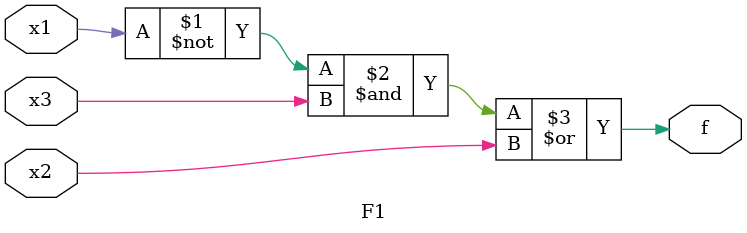
<source format=sv>
module F1(x1,x2,x3,f);
input  x1,x2,x3;
output f;
assign f = (~x1 & x3)| x2;
endmodule

</source>
